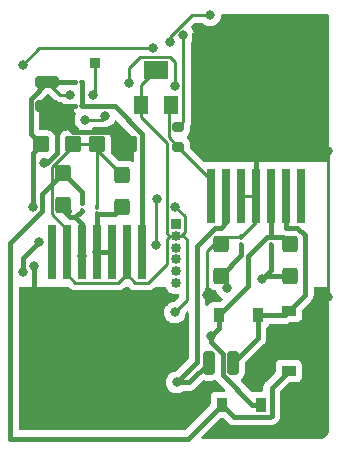
<source format=gbr>
%TF.GenerationSoftware,KiCad,Pcbnew,(6.0.5)*%
%TF.CreationDate,2022-07-12T16:10:34-04:00*%
%TF.ProjectId,torque_motor_design,746f7271-7565-45f6-9d6f-746f725f6465,rev?*%
%TF.SameCoordinates,Original*%
%TF.FileFunction,Copper,L1,Top*%
%TF.FilePolarity,Positive*%
%FSLAX46Y46*%
G04 Gerber Fmt 4.6, Leading zero omitted, Abs format (unit mm)*
G04 Created by KiCad (PCBNEW (6.0.5)) date 2022-07-12 16:10:34*
%MOMM*%
%LPD*%
G01*
G04 APERTURE LIST*
G04 Aperture macros list*
%AMRoundRect*
0 Rectangle with rounded corners*
0 $1 Rounding radius*
0 $2 $3 $4 $5 $6 $7 $8 $9 X,Y pos of 4 corners*
0 Add a 4 corners polygon primitive as box body*
4,1,4,$2,$3,$4,$5,$6,$7,$8,$9,$2,$3,0*
0 Add four circle primitives for the rounded corners*
1,1,$1+$1,$2,$3*
1,1,$1+$1,$4,$5*
1,1,$1+$1,$6,$7*
1,1,$1+$1,$8,$9*
0 Add four rect primitives between the rounded corners*
20,1,$1+$1,$2,$3,$4,$5,0*
20,1,$1+$1,$4,$5,$6,$7,0*
20,1,$1+$1,$6,$7,$8,$9,0*
20,1,$1+$1,$8,$9,$2,$3,0*%
G04 Aperture macros list end*
%TA.AperFunction,SMDPad,CuDef*%
%ADD10RoundRect,0.100000X0.100000X-0.130000X0.100000X0.130000X-0.100000X0.130000X-0.100000X-0.130000X0*%
%TD*%
%TA.AperFunction,SMDPad,CuDef*%
%ADD11RoundRect,0.250000X0.425000X-0.450000X0.425000X0.450000X-0.425000X0.450000X-0.425000X-0.450000X0*%
%TD*%
%TA.AperFunction,SMDPad,CuDef*%
%ADD12RoundRect,0.250000X0.450000X0.425000X-0.450000X0.425000X-0.450000X-0.425000X0.450000X-0.425000X0*%
%TD*%
%TA.AperFunction,SMDPad,CuDef*%
%ADD13R,1.300000X1.600000*%
%TD*%
%TA.AperFunction,SMDPad,CuDef*%
%ADD14R,2.000000X1.600000*%
%TD*%
%TA.AperFunction,SMDPad,CuDef*%
%ADD15RoundRect,0.100000X-0.100000X0.130000X-0.100000X-0.130000X0.100000X-0.130000X0.100000X0.130000X0*%
%TD*%
%TA.AperFunction,SMDPad,CuDef*%
%ADD16RoundRect,0.100000X0.130000X0.100000X-0.130000X0.100000X-0.130000X-0.100000X0.130000X-0.100000X0*%
%TD*%
%TA.AperFunction,SMDPad,CuDef*%
%ADD17R,0.800000X4.600000*%
%TD*%
%TA.AperFunction,SMDPad,CuDef*%
%ADD18R,10.800000X9.400000*%
%TD*%
%TA.AperFunction,SMDPad,CuDef*%
%ADD19RoundRect,0.250000X0.250000X0.750000X-0.250000X0.750000X-0.250000X-0.750000X0.250000X-0.750000X0*%
%TD*%
%TA.AperFunction,SMDPad,CuDef*%
%ADD20RoundRect,0.100000X-0.130000X-0.100000X0.130000X-0.100000X0.130000X0.100000X-0.130000X0.100000X0*%
%TD*%
%TA.AperFunction,SMDPad,CuDef*%
%ADD21R,1.200000X0.900000*%
%TD*%
%TA.AperFunction,SMDPad,CuDef*%
%ADD22RoundRect,0.250000X-0.450000X-0.425000X0.450000X-0.425000X0.450000X0.425000X-0.450000X0.425000X0*%
%TD*%
%TA.AperFunction,SMDPad,CuDef*%
%ADD23RoundRect,0.250000X-0.425000X0.450000X-0.425000X-0.450000X0.425000X-0.450000X0.425000X0.450000X0*%
%TD*%
%TA.AperFunction,SMDPad,CuDef*%
%ADD24R,0.900000X1.200000*%
%TD*%
%TA.AperFunction,SMDPad,CuDef*%
%ADD25RoundRect,0.250000X0.750000X-0.250000X0.750000X0.250000X-0.750000X0.250000X-0.750000X-0.250000X0*%
%TD*%
%TA.AperFunction,SMDPad,CuDef*%
%ADD26RoundRect,0.200000X-0.275000X0.200000X-0.275000X-0.200000X0.275000X-0.200000X0.275000X0.200000X0*%
%TD*%
%TA.AperFunction,ComponentPad*%
%ADD27R,0.850000X0.850000*%
%TD*%
%TA.AperFunction,ComponentPad*%
%ADD28O,0.850000X0.850000*%
%TD*%
%TA.AperFunction,ViaPad*%
%ADD29C,0.800000*%
%TD*%
%TA.AperFunction,Conductor*%
%ADD30C,0.400000*%
%TD*%
%TA.AperFunction,Conductor*%
%ADD31C,0.250000*%
%TD*%
G04 APERTURE END LIST*
D10*
%TO.P,C8,1*%
%TO.N,+V*%
X179250000Y-52743000D03*
%TO.P,C8,2*%
%TO.N,GND*%
X179250000Y-52103000D03*
%TD*%
D11*
%TO.P,C6,1*%
%TO.N,+V*%
X177673000Y-52277000D03*
%TO.P,C6,2*%
%TO.N,GND*%
X177673000Y-49577000D03*
%TD*%
D12*
%TO.P,C10,1*%
%TO.N,-V*%
X183214000Y-47117000D03*
%TO.P,C10,2*%
%TO.N,GND*%
X180514000Y-47117000D03*
%TD*%
D13*
%TO.P,RV1,1,1*%
%TO.N,GND*%
X184250000Y-43750000D03*
D14*
%TO.P,RV1,2,2*%
X185500000Y-40850000D03*
D13*
%TO.P,RV1,3,3*%
%TO.N,Net-(R1-Pad2)*%
X186750000Y-43750000D03*
%TD*%
D15*
%TO.P,C7,1*%
%TO.N,+V*%
X195250000Y-54980000D03*
%TO.P,C7,2*%
%TO.N,GND*%
X195250000Y-55620000D03*
%TD*%
D16*
%TO.P,R6,1*%
%TO.N,Net-(R5-Pad2)*%
X179270000Y-43900000D03*
%TO.P,R6,2*%
%TO.N,-V*%
X178630000Y-43900000D03*
%TD*%
D17*
%TO.P,U3,1,+*%
%TO.N,Net-(R1-Pad2)*%
X190190000Y-51475000D03*
%TO.P,U3,2,-*%
%TO.N,Net-(Motor-1-Pad1)*%
X191460000Y-51475000D03*
%TO.P,U3,3*%
%TO.N,-V*%
X192730000Y-51475000D03*
%TO.P,U3,4,V+*%
X194000000Y-51475000D03*
%TO.P,U3,5,V-*%
%TO.N,+V*%
X195270000Y-51475000D03*
%TO.P,U3,6*%
%TO.N,Net-(D1-Pad2)*%
X196540000Y-51475000D03*
%TO.P,U3,7*%
%TO.N,N/C*%
X197810000Y-51475000D03*
D18*
%TO.P,U3,8*%
%TO.N,-V*%
X194000000Y-42325000D03*
%TD*%
D19*
%TO.P,Motor+1,1,Pin_1*%
%TO.N,Net-(D1-Pad2)*%
X192050000Y-65600000D03*
%TD*%
D15*
%TO.P,C5,1*%
%TO.N,-V*%
X192750000Y-54980000D03*
%TO.P,C5,2*%
%TO.N,GND*%
X192750000Y-55620000D03*
%TD*%
D20*
%TO.P,R5,1*%
%TO.N,+V*%
X178630000Y-41850000D03*
%TO.P,R5,2*%
%TO.N,Net-(R5-Pad2)*%
X179270000Y-41850000D03*
%TD*%
D21*
%TO.P,D7,1,K*%
%TO.N,GND*%
X196750000Y-66300000D03*
%TO.P,D7,2,A*%
%TO.N,-V*%
X196750000Y-69600000D03*
%TD*%
D22*
%TO.P,C9,1*%
%TO.N,+V*%
X175815000Y-47117000D03*
%TO.P,C9,2*%
%TO.N,GND*%
X178515000Y-47117000D03*
%TD*%
D17*
%TO.P,U2,1,+*%
%TO.N,Net-(R5-Pad2)*%
X184310000Y-56225000D03*
%TO.P,U2,2,-*%
%TO.N,GND*%
X183040000Y-56225000D03*
%TO.P,U2,3*%
%TO.N,-V*%
X181770000Y-56225000D03*
%TO.P,U2,4,V+*%
X180500000Y-56225000D03*
%TO.P,U2,5,V-*%
%TO.N,+V*%
X179230000Y-56225000D03*
%TO.P,U2,6*%
%TO.N,GND*%
X177960000Y-56225000D03*
%TO.P,U2,7*%
%TO.N,N/C*%
X176690000Y-56225000D03*
D18*
%TO.P,U2,8*%
%TO.N,-V*%
X180500000Y-65375000D03*
%TD*%
D11*
%TO.P,C4,1*%
%TO.N,GND*%
X191008000Y-58246000D03*
%TO.P,C4,2*%
%TO.N,-V*%
X191008000Y-55546000D03*
%TD*%
D23*
%TO.P,C12,1*%
%TO.N,+V*%
X196850000Y-55546000D03*
%TO.P,C12,2*%
%TO.N,GND*%
X196850000Y-58246000D03*
%TD*%
D24*
%TO.P,D1,1,K*%
%TO.N,+V*%
X190850000Y-61600000D03*
%TO.P,D1,2,A*%
%TO.N,Net-(D1-Pad2)*%
X194150000Y-61600000D03*
%TD*%
D25*
%TO.P,External_(-6V)1,1,Pin_1*%
%TO.N,-V*%
X176306000Y-43894000D03*
%TD*%
%TO.P,External_(+6V)1,1,Pin_1*%
%TO.N,+V*%
X176306000Y-41850000D03*
%TD*%
D19*
%TO.P,Motor-1,1,Pin_1*%
%TO.N,Net-(Motor-1-Pad1)*%
X190000000Y-65600000D03*
%TD*%
D26*
%TO.P,R1,1*%
%TO.N,Torque_mode_jumper*%
X187400000Y-45675000D03*
%TO.P,R1,2*%
%TO.N,Net-(R1-Pad2)*%
X187400000Y-47325000D03*
%TD*%
D10*
%TO.P,C11,1*%
%TO.N,-V*%
X180500000Y-53020000D03*
%TO.P,C11,2*%
%TO.N,GND*%
X180500000Y-52380000D03*
%TD*%
D21*
%TO.P,D5,1,K*%
%TO.N,Net-(D1-Pad2)*%
X196800000Y-61200000D03*
%TO.P,D5,2,A*%
%TO.N,-V*%
X196800000Y-64500000D03*
%TD*%
D23*
%TO.P,C3,1*%
%TO.N,GND*%
X182626000Y-49704000D03*
%TO.P,C3,2*%
%TO.N,-V*%
X182626000Y-52404000D03*
%TD*%
D24*
%TO.P,D6,1,K*%
%TO.N,+V*%
X194400000Y-69150000D03*
%TO.P,D6,2,A*%
%TO.N,GND*%
X191100000Y-69150000D03*
%TD*%
D27*
%TO.P,Current_Sense,1*%
%TO.N,current_sense*%
X180340000Y-40259000D03*
%TD*%
%TO.P,ONEV_2,1*%
%TO.N,VCC_MCU_5V*%
X187200000Y-53850000D03*
D28*
%TO.P,ONEV_2,2*%
%TO.N,GND*%
X187200000Y-54850000D03*
%TO.P,ONEV_2,3*%
%TO.N,unconnected-(U1-Pad1)*%
X187200000Y-55850000D03*
%TO.P,ONEV_2,4*%
%TO.N,RX_Serial*%
X187200000Y-56850000D03*
%TO.P,ONEV_2,5*%
%TO.N,TX_Serial*%
X187200000Y-57850000D03*
%TO.P,ONEV_2,6*%
%TO.N,Torque_mode_jumper*%
X187200000Y-58850000D03*
%TD*%
D29*
%TO.N,+V*%
X175100000Y-52450000D03*
X179250000Y-56600000D03*
X174300000Y-57900000D03*
X175600000Y-55400000D03*
X178200000Y-42900000D03*
X190200000Y-63300000D03*
%TO.N,-V*%
X176025500Y-48681601D03*
X189850000Y-59850000D03*
X198450000Y-69550000D03*
X175200000Y-57400000D03*
X200100000Y-60000000D03*
X200100000Y-47700000D03*
X180500000Y-56225000D03*
%TO.N,VCC_MCU_5V*%
X187108500Y-42164000D03*
X186722818Y-38423686D03*
X183261000Y-41910000D03*
X190090000Y-36190000D03*
%TO.N,Torque_Mode*%
X185550000Y-55626000D03*
X185600000Y-51700000D03*
%TO.N,GND*%
X191516000Y-59309000D03*
X179533221Y-45016580D03*
X187150000Y-52400000D03*
X181229000Y-44704000D03*
X187120000Y-61350000D03*
X194500000Y-58500000D03*
%TO.N,Net-(Motor-1-Pad1)*%
X187260000Y-67270000D03*
%TO.N,Torque_mode_jumper*%
X187833000Y-37846000D03*
%TO.N,current_sense*%
X180213000Y-42899989D03*
%TO.N,unconnected-(U1-Pad2)*%
X174244000Y-40386000D03*
X185293000Y-38989000D03*
%TD*%
D30*
%TO.N,+V*%
X195250000Y-54980000D02*
X194953573Y-54980000D01*
X179250000Y-56245000D02*
X179230000Y-56225000D01*
X190850000Y-61600000D02*
X190850000Y-62650000D01*
X178270000Y-53300000D02*
X178693000Y-53300000D01*
X193350000Y-59100000D02*
X190850000Y-61600000D01*
X193681441Y-69150000D02*
X194400000Y-69150000D01*
X196284000Y-54980000D02*
X196850000Y-55546000D01*
X195270000Y-51475000D02*
X195270000Y-54960000D01*
X175100000Y-47832000D02*
X175815000Y-47117000D01*
X174906480Y-43249520D02*
X176306000Y-41850000D01*
X175100000Y-52450000D02*
X175100000Y-47832000D01*
X179250000Y-56600000D02*
X179250000Y-56245000D01*
X177673000Y-52703000D02*
X178270000Y-53300000D01*
X193350000Y-56583573D02*
X193350000Y-59100000D01*
X179230000Y-56225000D02*
X179230000Y-53837000D01*
D31*
X177356000Y-42900000D02*
X176306000Y-41850000D01*
D30*
X178693000Y-53300000D02*
X179250000Y-52743000D01*
X178630000Y-41850000D02*
X176306000Y-41850000D01*
X195250000Y-54980000D02*
X196284000Y-54980000D01*
X178139000Y-52743000D02*
X177673000Y-52277000D01*
D31*
X178200000Y-42900000D02*
X177356000Y-42900000D01*
D30*
X191150480Y-64831921D02*
X191150480Y-66619039D01*
X175815000Y-47117000D02*
X174906480Y-46208480D01*
X190850000Y-62650000D02*
X190200000Y-63300000D01*
X190200000Y-63881441D02*
X191150480Y-64831921D01*
X190200000Y-63300000D02*
X190200000Y-63881441D01*
X194953573Y-54980000D02*
X193350000Y-56583573D01*
X179230000Y-53837000D02*
X178693000Y-53300000D01*
X195270000Y-54960000D02*
X195250000Y-54980000D01*
X174906480Y-46208480D02*
X174906480Y-43249520D01*
X174300000Y-56700000D02*
X175600000Y-55400000D01*
X191150480Y-66619039D02*
X193681441Y-69150000D01*
X174300000Y-57900000D02*
X174300000Y-56700000D01*
X177673000Y-52277000D02*
X177673000Y-52703000D01*
%TO.N,-V*%
X183214000Y-47117000D02*
X182139480Y-46042480D01*
D31*
X189850000Y-56149000D02*
X189850000Y-59850000D01*
X198400000Y-69600000D02*
X198450000Y-69550000D01*
D30*
X182139480Y-46042480D02*
X178454480Y-46042480D01*
D31*
X191574000Y-54980000D02*
X191008000Y-55546000D01*
X200100000Y-47700000D02*
X200100000Y-60000000D01*
D30*
X180500000Y-65000000D02*
X180500000Y-65375000D01*
X177150000Y-44738000D02*
X176306000Y-43894000D01*
X182010000Y-53020000D02*
X182626000Y-52404000D01*
X177150000Y-47839931D02*
X177150000Y-44738000D01*
X178630000Y-43900000D02*
X176312000Y-43900000D01*
D31*
X192730000Y-51475000D02*
X194000000Y-51475000D01*
D30*
X194000000Y-42325000D02*
X194000000Y-51475000D01*
D31*
X191008000Y-55546000D02*
X190453000Y-55546000D01*
D30*
X176025500Y-48681601D02*
X176308330Y-48681601D01*
D31*
X192750000Y-54980000D02*
X191574000Y-54980000D01*
D30*
X180500000Y-53020000D02*
X180500000Y-56225000D01*
X181770000Y-56225000D02*
X180500000Y-56225000D01*
X175200000Y-59700000D02*
X180500000Y-65000000D01*
X180500000Y-53020000D02*
X182010000Y-53020000D01*
X175200000Y-57400000D02*
X175200000Y-59700000D01*
X178454480Y-46042480D02*
X176306000Y-43894000D01*
X195270000Y-43595000D02*
X194000000Y-42325000D01*
D31*
X190453000Y-55546000D02*
X189850000Y-56149000D01*
X194000000Y-53730000D02*
X192750000Y-54980000D01*
X196750000Y-69600000D02*
X198400000Y-69600000D01*
X194000000Y-51475000D02*
X194000000Y-53730000D01*
D30*
X176312000Y-43900000D02*
X176306000Y-43894000D01*
X176308330Y-48681601D02*
X177150000Y-47839931D01*
D31*
%TO.N,VCC_MCU_5V*%
X183261000Y-40639978D02*
X184175489Y-39725489D01*
X190090000Y-36190000D02*
X188535096Y-36190000D01*
X186664489Y-39725489D02*
X187108500Y-40169500D01*
X183261000Y-41910000D02*
X183261000Y-40639978D01*
X187108500Y-40169500D02*
X187108500Y-42164000D01*
X188535096Y-36190000D02*
X186722818Y-38002278D01*
X186722818Y-38002278D02*
X186722818Y-38423686D01*
X184175489Y-39725489D02*
X186664489Y-39725489D01*
%TO.N,Torque_Mode*%
X185550000Y-55626000D02*
X185550000Y-51750000D01*
X185550000Y-51750000D02*
X185600000Y-51700000D01*
%TO.N,Net-(R1-Pad2)*%
X190190000Y-51475000D02*
X190190000Y-50115000D01*
X187400000Y-47325000D02*
X186600480Y-46525480D01*
X186600480Y-46525480D02*
X186600480Y-43899520D01*
X190190000Y-50115000D02*
X187400000Y-47325000D01*
X186600480Y-43899520D02*
X186750000Y-43750000D01*
D30*
%TO.N,Net-(R5-Pad2)*%
X184350000Y-46225441D02*
X184350000Y-56185000D01*
X179270000Y-43900000D02*
X182024559Y-43900000D01*
X179270000Y-41850000D02*
X179270000Y-43900000D01*
X184350000Y-56185000D02*
X184310000Y-56225000D01*
X182024559Y-43900000D02*
X184350000Y-46225441D01*
D31*
%TO.N,GND*%
X187820000Y-54850000D02*
X187200000Y-54850000D01*
X177960000Y-56225000D02*
X177960000Y-54325000D01*
X180514000Y-47117000D02*
X180514000Y-47592000D01*
X187949511Y-54500489D02*
X187600000Y-54850000D01*
X194625000Y-58375000D02*
X194500000Y-58500000D01*
X177960000Y-58125000D02*
X177960000Y-56225000D01*
D30*
X179250000Y-51154000D02*
X179250000Y-52103000D01*
D31*
X184250000Y-43750000D02*
X184250000Y-44810717D01*
X183040000Y-58125000D02*
X182315000Y-58850000D01*
D30*
X173200000Y-55480680D02*
X175899511Y-52781169D01*
D31*
X187949511Y-53199511D02*
X187949511Y-54500489D01*
X180500000Y-52380000D02*
X180500000Y-47131000D01*
X184250000Y-44810717D02*
X186450489Y-47011206D01*
X180514000Y-47117000D02*
X178515000Y-47117000D01*
X176673480Y-53038480D02*
X176673480Y-49058235D01*
X176673480Y-49058235D02*
X178515000Y-47216715D01*
X184250000Y-42100000D02*
X185500000Y-40850000D01*
D30*
X195300000Y-67750000D02*
X195300000Y-70099022D01*
D31*
X180916420Y-45016580D02*
X181229000Y-44704000D01*
X186450489Y-55099022D02*
X186699511Y-54850000D01*
X186699511Y-54850000D02*
X187200000Y-54850000D01*
X186450489Y-54650489D02*
X186650000Y-54850000D01*
X186650000Y-54850000D02*
X187200000Y-54850000D01*
X186450489Y-57249511D02*
X186450489Y-55099022D01*
X182315000Y-58850000D02*
X178685000Y-58850000D01*
X179533221Y-45016580D02*
X180916420Y-45016580D01*
X188140000Y-60330000D02*
X188140000Y-55170000D01*
D30*
X195250000Y-57750000D02*
X194500000Y-58500000D01*
X188200000Y-72050000D02*
X191100000Y-69150000D01*
D31*
X184250000Y-43750000D02*
X184250000Y-42100000D01*
X180514000Y-47592000D02*
X182626000Y-49704000D01*
D30*
X196750000Y-66300000D02*
X195300000Y-67750000D01*
X196850000Y-58246000D02*
X194754000Y-58246000D01*
D31*
X187600000Y-54850000D02*
X187200000Y-54850000D01*
D30*
X173200000Y-72050000D02*
X188200000Y-72050000D01*
D31*
X178685000Y-58850000D02*
X177960000Y-58125000D01*
X183764511Y-58849511D02*
X184850489Y-58849511D01*
D30*
X195199022Y-70200000D02*
X192150000Y-70200000D01*
X192150000Y-70200000D02*
X191100000Y-69150000D01*
X194754000Y-58246000D02*
X194500000Y-58500000D01*
D31*
X186450489Y-47011206D02*
X186450489Y-54650489D01*
X178515000Y-47216715D02*
X178515000Y-47117000D01*
D30*
X195250000Y-55620000D02*
X195250000Y-57750000D01*
D31*
X187150000Y-52400000D02*
X187949511Y-53199511D01*
D30*
X175899511Y-52781169D02*
X175899511Y-51350489D01*
D31*
X183040000Y-56225000D02*
X183040000Y-58125000D01*
D30*
X173200000Y-55480680D02*
X173200000Y-72050000D01*
X177673000Y-49577000D02*
X179250000Y-51154000D01*
D31*
X191516000Y-59309000D02*
X191516000Y-58754000D01*
X188140000Y-55170000D02*
X187820000Y-54850000D01*
X187120000Y-61350000D02*
X188140000Y-60330000D01*
X177960000Y-54325000D02*
X176673480Y-53038480D01*
X184850489Y-58849511D02*
X186450489Y-57249511D01*
D30*
X175899511Y-51350489D02*
X177673000Y-49577000D01*
X192750000Y-56504000D02*
X191008000Y-58246000D01*
X195300000Y-70099022D02*
X195199022Y-70200000D01*
D31*
X183040000Y-58125000D02*
X183764511Y-58849511D01*
X191516000Y-58754000D02*
X191008000Y-58246000D01*
D30*
X192750000Y-55620000D02*
X192750000Y-56504000D01*
D31*
X180500000Y-47131000D02*
X180514000Y-47117000D01*
D30*
%TO.N,Net-(Motor-1-Pad1)*%
X191460000Y-51475000D02*
X191460000Y-53704022D01*
X189000000Y-65530000D02*
X187260000Y-67270000D01*
X190506930Y-54174511D02*
X189000000Y-55681441D01*
X187260000Y-67270000D02*
X188330000Y-67270000D01*
X190989511Y-54174511D02*
X190506930Y-54174511D01*
X189000000Y-55681441D02*
X189000000Y-65530000D01*
X188330000Y-67270000D02*
X190000000Y-65600000D01*
X191460000Y-53704022D02*
X190989511Y-54174511D01*
%TO.N,Net-(D1-Pad2)*%
X196540000Y-51475000D02*
X196540000Y-54175000D01*
X194150000Y-61600000D02*
X194150000Y-63500000D01*
X196400000Y-61600000D02*
X196800000Y-61200000D01*
X194150000Y-63500000D02*
X192050000Y-65600000D01*
X198150000Y-54831441D02*
X198150000Y-59850000D01*
X198150000Y-59850000D02*
X196800000Y-61200000D01*
X197493559Y-54175000D02*
X198150000Y-54831441D01*
X196540000Y-54175000D02*
X197493559Y-54175000D01*
X194150000Y-61600000D02*
X196400000Y-61600000D01*
D31*
%TO.N,Torque_mode_jumper*%
X187833000Y-45242000D02*
X187833000Y-37846000D01*
X187400000Y-45675000D02*
X187833000Y-45242000D01*
%TO.N,current_sense*%
X180340000Y-40259000D02*
X180340000Y-42772989D01*
X180340000Y-42772989D02*
X180213000Y-42899989D01*
%TO.N,unconnected-(U1-Pad2)*%
X175641000Y-38989000D02*
X174244000Y-40386000D01*
X185293000Y-38989000D02*
X175641000Y-38989000D01*
%TD*%
%TA.AperFunction,Conductor*%
%TO.N,-V*%
G36*
X200093621Y-59180002D02*
G01*
X200140114Y-59233658D01*
X200151500Y-59286000D01*
X200151500Y-71256625D01*
X200150000Y-71276009D01*
X200146309Y-71299716D01*
X200147474Y-71308621D01*
X200147751Y-71310744D01*
X200148207Y-71339427D01*
X200138085Y-71442204D01*
X200133267Y-71466429D01*
X200097139Y-71585534D01*
X200087686Y-71608355D01*
X200029019Y-71718115D01*
X200015298Y-71738652D01*
X199958118Y-71808327D01*
X199936338Y-71834866D01*
X199918873Y-71852331D01*
X199862912Y-71898257D01*
X199822662Y-71931289D01*
X199802126Y-71945010D01*
X199692356Y-72003685D01*
X199669542Y-72013136D01*
X199550435Y-72049266D01*
X199526212Y-72054084D01*
X199430243Y-72063536D01*
X199414132Y-72063084D01*
X199414123Y-72063787D01*
X199405147Y-72063677D01*
X199396276Y-72062296D01*
X199387374Y-72063460D01*
X199387372Y-72063460D01*
X199372323Y-72065428D01*
X199364714Y-72066423D01*
X199348379Y-72067487D01*
X189488673Y-72067487D01*
X189420552Y-72047485D01*
X189374059Y-71993829D01*
X189363955Y-71923555D01*
X189393449Y-71858975D01*
X189399578Y-71852392D01*
X190956566Y-70295405D01*
X191018878Y-70261379D01*
X191045661Y-70258500D01*
X191154339Y-70258500D01*
X191222460Y-70278502D01*
X191243434Y-70295405D01*
X191628557Y-70680528D01*
X191634411Y-70686793D01*
X191672439Y-70730385D01*
X191724729Y-70767136D01*
X191729971Y-70771028D01*
X191780282Y-70810476D01*
X191787201Y-70813600D01*
X191789493Y-70814988D01*
X191804165Y-70823357D01*
X191806525Y-70824622D01*
X191812739Y-70828990D01*
X191819818Y-70831750D01*
X191819820Y-70831751D01*
X191872275Y-70852202D01*
X191878344Y-70854753D01*
X191936573Y-70881045D01*
X191944046Y-70882430D01*
X191946612Y-70883234D01*
X191962835Y-70887855D01*
X191965427Y-70888520D01*
X191972509Y-70891282D01*
X191980044Y-70892274D01*
X192035861Y-70899622D01*
X192042377Y-70900654D01*
X192080770Y-70907770D01*
X192105186Y-70912295D01*
X192112766Y-70911858D01*
X192112767Y-70911858D01*
X192167380Y-70908709D01*
X192174633Y-70908500D01*
X195170110Y-70908500D01*
X195178680Y-70908792D01*
X195228798Y-70912209D01*
X195228802Y-70912209D01*
X195236374Y-70912725D01*
X195243851Y-70911420D01*
X195243852Y-70911420D01*
X195270330Y-70906799D01*
X195299325Y-70901738D01*
X195305843Y-70900777D01*
X195369264Y-70893102D01*
X195376365Y-70890419D01*
X195378974Y-70889778D01*
X195395284Y-70885315D01*
X195397820Y-70884550D01*
X195405306Y-70883243D01*
X195463822Y-70857556D01*
X195469926Y-70855065D01*
X195522570Y-70835173D01*
X195522571Y-70835172D01*
X195529678Y-70832487D01*
X195535941Y-70828183D01*
X195538307Y-70826946D01*
X195553119Y-70818701D01*
X195555373Y-70817368D01*
X195562327Y-70814315D01*
X195613024Y-70775413D01*
X195618354Y-70771541D01*
X195664742Y-70739661D01*
X195664747Y-70739656D01*
X195671003Y-70735357D01*
X195712456Y-70688831D01*
X195717437Y-70683555D01*
X195780542Y-70620451D01*
X195786807Y-70614599D01*
X195824658Y-70581579D01*
X195830385Y-70576583D01*
X195867136Y-70524293D01*
X195871028Y-70519051D01*
X195910476Y-70468740D01*
X195913600Y-70461821D01*
X195914988Y-70459529D01*
X195923357Y-70444857D01*
X195924622Y-70442497D01*
X195928990Y-70436283D01*
X195952203Y-70376745D01*
X195954759Y-70370664D01*
X195977918Y-70319374D01*
X195981045Y-70312449D01*
X195982430Y-70304976D01*
X195983234Y-70302410D01*
X195987855Y-70286187D01*
X195988520Y-70283595D01*
X195991282Y-70276513D01*
X195999622Y-70213161D01*
X196000654Y-70206645D01*
X196010911Y-70151303D01*
X196012295Y-70143836D01*
X196008709Y-70081642D01*
X196008500Y-70074389D01*
X196008500Y-68095660D01*
X196028502Y-68027539D01*
X196045405Y-68006565D01*
X196756565Y-67295405D01*
X196818877Y-67261379D01*
X196845660Y-67258500D01*
X197398134Y-67258500D01*
X197460316Y-67251745D01*
X197596705Y-67200615D01*
X197713261Y-67113261D01*
X197800615Y-66996705D01*
X197851745Y-66860316D01*
X197858500Y-66798134D01*
X197858500Y-65801866D01*
X197851745Y-65739684D01*
X197800615Y-65603295D01*
X197713261Y-65486739D01*
X197596705Y-65399385D01*
X197460316Y-65348255D01*
X197398134Y-65341500D01*
X196101866Y-65341500D01*
X196039684Y-65348255D01*
X195903295Y-65399385D01*
X195786739Y-65486739D01*
X195699385Y-65603295D01*
X195648255Y-65739684D01*
X195641500Y-65801866D01*
X195641500Y-66354338D01*
X195621498Y-66422459D01*
X195604596Y-66443433D01*
X194819465Y-67228565D01*
X194813198Y-67234419D01*
X194775340Y-67267444D01*
X194775337Y-67267447D01*
X194769615Y-67272439D01*
X194765248Y-67278653D01*
X194732872Y-67324719D01*
X194728939Y-67330014D01*
X194689524Y-67380282D01*
X194686401Y-67387198D01*
X194685017Y-67389484D01*
X194676643Y-67404165D01*
X194675378Y-67406525D01*
X194671010Y-67412739D01*
X194668250Y-67419818D01*
X194668249Y-67419820D01*
X194647798Y-67472275D01*
X194645247Y-67478344D01*
X194618955Y-67536573D01*
X194617571Y-67544040D01*
X194616770Y-67546595D01*
X194612141Y-67562848D01*
X194611478Y-67565428D01*
X194608718Y-67572509D01*
X194607727Y-67580040D01*
X194607726Y-67580042D01*
X194600379Y-67635852D01*
X194599348Y-67642359D01*
X194587704Y-67705186D01*
X194588141Y-67712766D01*
X194588141Y-67712767D01*
X194591291Y-67767392D01*
X194591500Y-67774646D01*
X194591500Y-67915500D01*
X194571498Y-67983621D01*
X194517842Y-68030114D01*
X194465500Y-68041500D01*
X193901866Y-68041500D01*
X193839684Y-68048255D01*
X193815725Y-68057237D01*
X193727980Y-68090131D01*
X193657172Y-68095314D01*
X193594655Y-68061244D01*
X192706197Y-67172786D01*
X192672171Y-67110474D01*
X192677236Y-67039659D01*
X192719783Y-66982823D01*
X192728989Y-66976547D01*
X192768120Y-66952332D01*
X192774348Y-66948478D01*
X192899305Y-66823303D01*
X192912726Y-66801531D01*
X192988275Y-66678968D01*
X192988276Y-66678966D01*
X192992115Y-66672738D01*
X193047797Y-66504861D01*
X193058500Y-66400400D01*
X193058500Y-65645660D01*
X193078502Y-65577539D01*
X193095405Y-65556565D01*
X194630528Y-64021443D01*
X194636793Y-64015589D01*
X194674664Y-63982552D01*
X194674665Y-63982551D01*
X194680385Y-63977561D01*
X194717136Y-63925271D01*
X194721028Y-63920029D01*
X194760476Y-63869718D01*
X194763600Y-63862799D01*
X194764988Y-63860507D01*
X194773357Y-63845835D01*
X194774622Y-63843475D01*
X194778990Y-63837261D01*
X194802203Y-63777723D01*
X194804759Y-63771642D01*
X194827918Y-63720352D01*
X194831045Y-63713427D01*
X194832430Y-63705954D01*
X194833234Y-63703388D01*
X194837855Y-63687165D01*
X194838520Y-63684573D01*
X194841282Y-63677491D01*
X194849622Y-63614139D01*
X194850654Y-63607623D01*
X194860911Y-63552281D01*
X194862295Y-63544814D01*
X194858709Y-63482620D01*
X194858500Y-63475367D01*
X194858500Y-62704802D01*
X194878502Y-62636681D01*
X194908935Y-62603976D01*
X194956081Y-62568642D01*
X194963261Y-62563261D01*
X195050615Y-62446705D01*
X195071772Y-62390270D01*
X195114414Y-62333505D01*
X195180976Y-62308806D01*
X195189754Y-62308500D01*
X196371088Y-62308500D01*
X196379658Y-62308792D01*
X196429776Y-62312209D01*
X196429780Y-62312209D01*
X196437352Y-62312725D01*
X196444829Y-62311420D01*
X196444830Y-62311420D01*
X196496168Y-62302460D01*
X196500303Y-62301738D01*
X196506821Y-62300777D01*
X196570242Y-62293102D01*
X196577343Y-62290419D01*
X196579952Y-62289778D01*
X196596262Y-62285315D01*
X196598798Y-62284550D01*
X196606284Y-62283243D01*
X196664800Y-62257556D01*
X196670904Y-62255065D01*
X196723548Y-62235173D01*
X196723549Y-62235172D01*
X196730656Y-62232487D01*
X196736919Y-62228183D01*
X196739285Y-62226946D01*
X196754097Y-62218701D01*
X196756352Y-62217367D01*
X196763305Y-62214315D01*
X196769324Y-62209696D01*
X196769333Y-62209691D01*
X196802110Y-62184539D01*
X196868330Y-62158937D01*
X196878815Y-62158500D01*
X197448134Y-62158500D01*
X197510316Y-62151745D01*
X197646705Y-62100615D01*
X197763261Y-62013261D01*
X197850615Y-61896705D01*
X197901745Y-61760316D01*
X197908500Y-61698134D01*
X197908500Y-61145661D01*
X197928502Y-61077540D01*
X197945405Y-61056565D01*
X198630536Y-60371435D01*
X198636801Y-60365582D01*
X198674664Y-60332552D01*
X198674665Y-60332551D01*
X198680385Y-60327561D01*
X198717136Y-60275271D01*
X198721028Y-60270029D01*
X198760476Y-60219718D01*
X198763600Y-60212799D01*
X198764988Y-60210507D01*
X198773357Y-60195835D01*
X198774622Y-60193475D01*
X198778990Y-60187261D01*
X198802203Y-60127723D01*
X198804759Y-60121642D01*
X198807994Y-60114479D01*
X198831045Y-60063427D01*
X198832430Y-60055954D01*
X198833234Y-60053388D01*
X198837855Y-60037165D01*
X198838520Y-60034573D01*
X198841282Y-60027491D01*
X198849622Y-59964139D01*
X198850654Y-59957623D01*
X198860911Y-59902281D01*
X198862295Y-59894814D01*
X198858709Y-59832620D01*
X198858500Y-59825367D01*
X198858500Y-59286000D01*
X198878502Y-59217879D01*
X198932158Y-59171386D01*
X198984500Y-59160000D01*
X200025500Y-59160000D01*
X200093621Y-59180002D01*
G37*
%TD.AperFunction*%
%TA.AperFunction,Conductor*%
G36*
X178115026Y-59180002D02*
G01*
X178136000Y-59196905D01*
X178181348Y-59242253D01*
X178188887Y-59250537D01*
X178193000Y-59257018D01*
X178198777Y-59262443D01*
X178242651Y-59303643D01*
X178245493Y-59306398D01*
X178265230Y-59326135D01*
X178268427Y-59328615D01*
X178277447Y-59336318D01*
X178309679Y-59366586D01*
X178316625Y-59370405D01*
X178316628Y-59370407D01*
X178327434Y-59376348D01*
X178343953Y-59387199D01*
X178359959Y-59399614D01*
X178367228Y-59402759D01*
X178367232Y-59402762D01*
X178400537Y-59417174D01*
X178411187Y-59422391D01*
X178449940Y-59443695D01*
X178457615Y-59445666D01*
X178457616Y-59445666D01*
X178469562Y-59448733D01*
X178488267Y-59455137D01*
X178506855Y-59463181D01*
X178514678Y-59464420D01*
X178514688Y-59464423D01*
X178550524Y-59470099D01*
X178562144Y-59472505D01*
X178597289Y-59481528D01*
X178604970Y-59483500D01*
X178625224Y-59483500D01*
X178644934Y-59485051D01*
X178664943Y-59488220D01*
X178672835Y-59487474D01*
X178691580Y-59485702D01*
X178708962Y-59484059D01*
X178720819Y-59483500D01*
X182236233Y-59483500D01*
X182247416Y-59484027D01*
X182254909Y-59485702D01*
X182262835Y-59485453D01*
X182262836Y-59485453D01*
X182322986Y-59483562D01*
X182326945Y-59483500D01*
X182354856Y-59483500D01*
X182358791Y-59483003D01*
X182358856Y-59482995D01*
X182370693Y-59482062D01*
X182403247Y-59481039D01*
X182406970Y-59480922D01*
X182414889Y-59480673D01*
X182434343Y-59475021D01*
X182453700Y-59471013D01*
X182465930Y-59469468D01*
X182465931Y-59469468D01*
X182473797Y-59468474D01*
X182481168Y-59465555D01*
X182481170Y-59465555D01*
X182514912Y-59452196D01*
X182526142Y-59448351D01*
X182560983Y-59438229D01*
X182560984Y-59438229D01*
X182568593Y-59436018D01*
X182575412Y-59431985D01*
X182575417Y-59431983D01*
X182586028Y-59425707D01*
X182603776Y-59417012D01*
X182622617Y-59409552D01*
X182643660Y-59394264D01*
X182658387Y-59383564D01*
X182668307Y-59377048D01*
X182699535Y-59358580D01*
X182699538Y-59358578D01*
X182706362Y-59354542D01*
X182720683Y-59340221D01*
X182735717Y-59327380D01*
X182745693Y-59320132D01*
X182752107Y-59315472D01*
X182780293Y-59281401D01*
X182788282Y-59272622D01*
X182863999Y-59196905D01*
X182926311Y-59162879D01*
X182953094Y-59160000D01*
X183126906Y-59160000D01*
X183195027Y-59180002D01*
X183216001Y-59196905D01*
X183260854Y-59241758D01*
X183268398Y-59250048D01*
X183272511Y-59256529D01*
X183278288Y-59261954D01*
X183322178Y-59303169D01*
X183325020Y-59305924D01*
X183344741Y-59325645D01*
X183347936Y-59328123D01*
X183356958Y-59335829D01*
X183389190Y-59366097D01*
X183396139Y-59369917D01*
X183406943Y-59375857D01*
X183423467Y-59386710D01*
X183439470Y-59399124D01*
X183480054Y-59416687D01*
X183490684Y-59421894D01*
X183529451Y-59443206D01*
X183537128Y-59445177D01*
X183537133Y-59445179D01*
X183549069Y-59448243D01*
X183567777Y-59454648D01*
X183586366Y-59462692D01*
X183594194Y-59463932D01*
X183594201Y-59463934D01*
X183630035Y-59469610D01*
X183641655Y-59472016D01*
X183676535Y-59480971D01*
X183684481Y-59483011D01*
X183704735Y-59483011D01*
X183724445Y-59484562D01*
X183744454Y-59487731D01*
X183752346Y-59486985D01*
X183765918Y-59485702D01*
X183788473Y-59483570D01*
X183800330Y-59483011D01*
X184771722Y-59483011D01*
X184782905Y-59483538D01*
X184790398Y-59485213D01*
X184798324Y-59484964D01*
X184798325Y-59484964D01*
X184858475Y-59483073D01*
X184862434Y-59483011D01*
X184890345Y-59483011D01*
X184894280Y-59482514D01*
X184894345Y-59482506D01*
X184906182Y-59481573D01*
X184938440Y-59480559D01*
X184942459Y-59480433D01*
X184950378Y-59480184D01*
X184969832Y-59474532D01*
X184989189Y-59470524D01*
X185001419Y-59468979D01*
X185001420Y-59468979D01*
X185009286Y-59467985D01*
X185016657Y-59465066D01*
X185016659Y-59465066D01*
X185050401Y-59451707D01*
X185061631Y-59447862D01*
X185096472Y-59437740D01*
X185096473Y-59437740D01*
X185104082Y-59435529D01*
X185110901Y-59431496D01*
X185110906Y-59431494D01*
X185121517Y-59425218D01*
X185139265Y-59416523D01*
X185158106Y-59409063D01*
X185177796Y-59394758D01*
X185193876Y-59383075D01*
X185203796Y-59376559D01*
X185235024Y-59358091D01*
X185235027Y-59358089D01*
X185241851Y-59354053D01*
X185256172Y-59339732D01*
X185271206Y-59326891D01*
X185276106Y-59323331D01*
X185287596Y-59314983D01*
X185315787Y-59280906D01*
X185323777Y-59272127D01*
X185398999Y-59196905D01*
X185461311Y-59162879D01*
X185488094Y-59160000D01*
X186229480Y-59160000D01*
X186297601Y-59180002D01*
X186342193Y-59231962D01*
X186342508Y-59231780D01*
X186345808Y-59237497D01*
X186345810Y-59237500D01*
X186374526Y-59287237D01*
X186440623Y-59401720D01*
X186445041Y-59406627D01*
X186445042Y-59406628D01*
X186518508Y-59488220D01*
X186571926Y-59547547D01*
X186577268Y-59551428D01*
X186577270Y-59551430D01*
X186725337Y-59659007D01*
X186730679Y-59662888D01*
X186736707Y-59665572D01*
X186736709Y-59665573D01*
X186903913Y-59740017D01*
X186909944Y-59742702D01*
X187005915Y-59763101D01*
X187095428Y-59782128D01*
X187095432Y-59782128D01*
X187101885Y-59783500D01*
X187298115Y-59783500D01*
X187304568Y-59782128D01*
X187304572Y-59782128D01*
X187354303Y-59771557D01*
X187425094Y-59776959D01*
X187481727Y-59819776D01*
X187506220Y-59886414D01*
X187506500Y-59894804D01*
X187506500Y-60015405D01*
X187486498Y-60083526D01*
X187469595Y-60104501D01*
X187169499Y-60404596D01*
X187107187Y-60438621D01*
X187080404Y-60441500D01*
X187024513Y-60441500D01*
X187018061Y-60442872D01*
X187018056Y-60442872D01*
X186931112Y-60461353D01*
X186837712Y-60481206D01*
X186831682Y-60483891D01*
X186831681Y-60483891D01*
X186669278Y-60556197D01*
X186669276Y-60556198D01*
X186663248Y-60558882D01*
X186508747Y-60671134D01*
X186504326Y-60676044D01*
X186504325Y-60676045D01*
X186423780Y-60765500D01*
X186380960Y-60813056D01*
X186285473Y-60978444D01*
X186226458Y-61160072D01*
X186206496Y-61350000D01*
X186226458Y-61539928D01*
X186285473Y-61721556D01*
X186380960Y-61886944D01*
X186508747Y-62028866D01*
X186663248Y-62141118D01*
X186669276Y-62143802D01*
X186669278Y-62143803D01*
X186817266Y-62209691D01*
X186837712Y-62218794D01*
X186914769Y-62235173D01*
X187018056Y-62257128D01*
X187018061Y-62257128D01*
X187024513Y-62258500D01*
X187215487Y-62258500D01*
X187221939Y-62257128D01*
X187221944Y-62257128D01*
X187325231Y-62235173D01*
X187402288Y-62218794D01*
X187422734Y-62209691D01*
X187570722Y-62143803D01*
X187570724Y-62143802D01*
X187576752Y-62141118D01*
X187731253Y-62028866D01*
X187859040Y-61886944D01*
X187954527Y-61721556D01*
X188013542Y-61539928D01*
X188030907Y-61374708D01*
X188057920Y-61309051D01*
X188067122Y-61298783D01*
X188076405Y-61289500D01*
X188138717Y-61255474D01*
X188209532Y-61260539D01*
X188266368Y-61303086D01*
X188291179Y-61369606D01*
X188291500Y-61378595D01*
X188291500Y-65184339D01*
X188271498Y-65252460D01*
X188254595Y-65273434D01*
X187193467Y-66334563D01*
X187130569Y-66368715D01*
X186977712Y-66401206D01*
X186971682Y-66403891D01*
X186971681Y-66403891D01*
X186809278Y-66476197D01*
X186809276Y-66476198D01*
X186803248Y-66478882D01*
X186648747Y-66591134D01*
X186644326Y-66596044D01*
X186644325Y-66596045D01*
X186575271Y-66672738D01*
X186520960Y-66733056D01*
X186425473Y-66898444D01*
X186366458Y-67080072D01*
X186365768Y-67086633D01*
X186365768Y-67086635D01*
X186353457Y-67203767D01*
X186346496Y-67270000D01*
X186347186Y-67276565D01*
X186362243Y-67419820D01*
X186366458Y-67459928D01*
X186425473Y-67641556D01*
X186520960Y-67806944D01*
X186525378Y-67811851D01*
X186525379Y-67811852D01*
X186628367Y-67926232D01*
X186648747Y-67948866D01*
X186693554Y-67981420D01*
X186785544Y-68048255D01*
X186803248Y-68061118D01*
X186809276Y-68063802D01*
X186809278Y-68063803D01*
X186957030Y-68129586D01*
X186977712Y-68138794D01*
X187071113Y-68158647D01*
X187158056Y-68177128D01*
X187158061Y-68177128D01*
X187164513Y-68178500D01*
X187355487Y-68178500D01*
X187361939Y-68177128D01*
X187361944Y-68177128D01*
X187448887Y-68158647D01*
X187542288Y-68138794D01*
X187562970Y-68129586D01*
X187710722Y-68063803D01*
X187710724Y-68063802D01*
X187716752Y-68061118D01*
X187734457Y-68048255D01*
X187797344Y-68002564D01*
X187864211Y-67978706D01*
X187871405Y-67978500D01*
X188301088Y-67978500D01*
X188309658Y-67978792D01*
X188359776Y-67982209D01*
X188359780Y-67982209D01*
X188367352Y-67982725D01*
X188374829Y-67981420D01*
X188374830Y-67981420D01*
X188401308Y-67976799D01*
X188430303Y-67971738D01*
X188436821Y-67970777D01*
X188500242Y-67963102D01*
X188507343Y-67960419D01*
X188509952Y-67959778D01*
X188526262Y-67955315D01*
X188528798Y-67954550D01*
X188536284Y-67953243D01*
X188594800Y-67927556D01*
X188600904Y-67925065D01*
X188653548Y-67905173D01*
X188653549Y-67905172D01*
X188660656Y-67902487D01*
X188666919Y-67898183D01*
X188669285Y-67896946D01*
X188684097Y-67888701D01*
X188686351Y-67887368D01*
X188693305Y-67884315D01*
X188744002Y-67845413D01*
X188749332Y-67841541D01*
X188795720Y-67809661D01*
X188795725Y-67809656D01*
X188801981Y-67805357D01*
X188843436Y-67758829D01*
X188848416Y-67753554D01*
X189472387Y-67129583D01*
X189534699Y-67095557D01*
X189587899Y-67095478D01*
X189588602Y-67095629D01*
X189595139Y-67097797D01*
X189601982Y-67098498D01*
X189601986Y-67098499D01*
X189656665Y-67104101D01*
X189699600Y-67108500D01*
X190300400Y-67108500D01*
X190303646Y-67108163D01*
X190303650Y-67108163D01*
X190399308Y-67098238D01*
X190399312Y-67098237D01*
X190406166Y-67097526D01*
X190412699Y-67095346D01*
X190412710Y-67095344D01*
X190494292Y-67068125D01*
X190565242Y-67065539D01*
X190617985Y-67093570D01*
X190661669Y-67132491D01*
X190666926Y-67137455D01*
X191355876Y-67826405D01*
X191389902Y-67888717D01*
X191384837Y-67959532D01*
X191342290Y-68016368D01*
X191275770Y-68041179D01*
X191266781Y-68041500D01*
X190601866Y-68041500D01*
X190539684Y-68048255D01*
X190403295Y-68099385D01*
X190286739Y-68186739D01*
X190199385Y-68303295D01*
X190148255Y-68439684D01*
X190141500Y-68501866D01*
X190141500Y-69054340D01*
X190121498Y-69122461D01*
X190104595Y-69143435D01*
X187943435Y-71304595D01*
X187881123Y-71338621D01*
X187854340Y-71341500D01*
X174034500Y-71341500D01*
X173966379Y-71321498D01*
X173919886Y-71267842D01*
X173908500Y-71215500D01*
X173908500Y-59286000D01*
X173928502Y-59217879D01*
X173982158Y-59171386D01*
X174034500Y-59160000D01*
X178046905Y-59160000D01*
X178115026Y-59180002D01*
G37*
%TD.AperFunction*%
%TA.AperFunction,Conductor*%
G36*
X189990150Y-59180002D02*
G01*
X190011047Y-59196827D01*
X190056552Y-59242253D01*
X190109697Y-59295305D01*
X190115927Y-59299145D01*
X190115928Y-59299146D01*
X190252086Y-59383075D01*
X190260262Y-59388115D01*
X190340005Y-59414564D01*
X190421611Y-59441632D01*
X190421613Y-59441632D01*
X190428139Y-59443797D01*
X190434975Y-59444497D01*
X190434978Y-59444498D01*
X190528988Y-59454130D01*
X190594715Y-59480971D01*
X190635978Y-59540538D01*
X190681473Y-59680556D01*
X190776960Y-59845944D01*
X190904747Y-59987866D01*
X191059248Y-60100118D01*
X191065276Y-60102802D01*
X191065278Y-60102803D01*
X191091503Y-60114479D01*
X191145599Y-60160460D01*
X191166248Y-60228387D01*
X191146895Y-60296695D01*
X191129349Y-60318681D01*
X190993435Y-60454595D01*
X190931123Y-60488621D01*
X190904340Y-60491500D01*
X190351866Y-60491500D01*
X190289684Y-60498255D01*
X190153295Y-60549385D01*
X190036739Y-60636739D01*
X189949385Y-60753295D01*
X189946236Y-60761696D01*
X189945019Y-60763918D01*
X189894760Y-60814064D01*
X189825369Y-60829077D01*
X189758877Y-60804191D01*
X189716395Y-60747307D01*
X189708500Y-60703408D01*
X189708500Y-59286000D01*
X189728502Y-59217879D01*
X189782158Y-59171386D01*
X189834500Y-59160000D01*
X189922029Y-59160000D01*
X189990150Y-59180002D01*
G37*
%TD.AperFunction*%
%TD*%
%TA.AperFunction,Conductor*%
%TO.N,-V*%
G36*
X176299241Y-48320502D02*
G01*
X176345734Y-48374158D01*
X176355838Y-48444432D01*
X176326344Y-48509012D01*
X176320215Y-48515595D01*
X176281227Y-48554583D01*
X176272941Y-48562123D01*
X176266462Y-48566235D01*
X176261037Y-48572012D01*
X176225128Y-48610252D01*
X176163915Y-48646218D01*
X176133277Y-48650000D01*
X175934500Y-48650000D01*
X175866379Y-48629998D01*
X175819886Y-48576342D01*
X175808500Y-48524000D01*
X175808500Y-48426500D01*
X175828502Y-48358379D01*
X175882158Y-48311886D01*
X175934500Y-48300500D01*
X176231120Y-48300500D01*
X176299241Y-48320502D01*
G37*
%TD.AperFunction*%
%TA.AperFunction,Conductor*%
G36*
X199995018Y-36070000D02*
G01*
X200009853Y-36072310D01*
X200009855Y-36072310D01*
X200018724Y-36073691D01*
X200024508Y-36072935D01*
X200090868Y-36093307D01*
X200136700Y-36147528D01*
X200145165Y-36188873D01*
X200146309Y-36188723D01*
X200146309Y-36188724D01*
X200146329Y-36188873D01*
X200150436Y-36220283D01*
X200151500Y-36236621D01*
X200151500Y-48524000D01*
X200131498Y-48592121D01*
X200077842Y-48638614D01*
X200025500Y-48650000D01*
X189673094Y-48650000D01*
X189604973Y-48629998D01*
X189583999Y-48613095D01*
X189538937Y-48568032D01*
X188420405Y-47449500D01*
X188386379Y-47387188D01*
X188383500Y-47360405D01*
X188383499Y-47071249D01*
X188383499Y-47068366D01*
X188376753Y-46994938D01*
X188325472Y-46831301D01*
X188236639Y-46684619D01*
X188141115Y-46589095D01*
X188107089Y-46526783D01*
X188112154Y-46455968D01*
X188141115Y-46410905D01*
X188236639Y-46315381D01*
X188325472Y-46168699D01*
X188376753Y-46005062D01*
X188383500Y-45931635D01*
X188383499Y-45591087D01*
X188393862Y-45541047D01*
X188400170Y-45526470D01*
X188405383Y-45515827D01*
X188426695Y-45477060D01*
X188428666Y-45469383D01*
X188428668Y-45469378D01*
X188431732Y-45457442D01*
X188438138Y-45438730D01*
X188443034Y-45427417D01*
X188446181Y-45420145D01*
X188450345Y-45393859D01*
X188453097Y-45376481D01*
X188455504Y-45364860D01*
X188464528Y-45329711D01*
X188464528Y-45329710D01*
X188466500Y-45322030D01*
X188466500Y-45301769D01*
X188468051Y-45282058D01*
X188469979Y-45269885D01*
X188471219Y-45262057D01*
X188467059Y-45218046D01*
X188466500Y-45206189D01*
X188466500Y-38548524D01*
X188486502Y-38480403D01*
X188498858Y-38464221D01*
X188572040Y-38382944D01*
X188667527Y-38217556D01*
X188726542Y-38035928D01*
X188746504Y-37846000D01*
X188726542Y-37656072D01*
X188667527Y-37474444D01*
X188572040Y-37309056D01*
X188528814Y-37261048D01*
X188498098Y-37197043D01*
X188506861Y-37126590D01*
X188533356Y-37087645D01*
X188760596Y-36860405D01*
X188822908Y-36826379D01*
X188849691Y-36823500D01*
X189381800Y-36823500D01*
X189449921Y-36843502D01*
X189469147Y-36859843D01*
X189469420Y-36859540D01*
X189474332Y-36863963D01*
X189478747Y-36868866D01*
X189633248Y-36981118D01*
X189639276Y-36983802D01*
X189639278Y-36983803D01*
X189801681Y-37056109D01*
X189807712Y-37058794D01*
X189901112Y-37078647D01*
X189988056Y-37097128D01*
X189988061Y-37097128D01*
X189994513Y-37098500D01*
X190185487Y-37098500D01*
X190191939Y-37097128D01*
X190191944Y-37097128D01*
X190278888Y-37078647D01*
X190372288Y-37058794D01*
X190378319Y-37056109D01*
X190540722Y-36983803D01*
X190540724Y-36983802D01*
X190546752Y-36981118D01*
X190701253Y-36868866D01*
X190724091Y-36843502D01*
X190824621Y-36731852D01*
X190824622Y-36731851D01*
X190829040Y-36726944D01*
X190924527Y-36561556D01*
X190983542Y-36379928D01*
X191003504Y-36190000D01*
X191004116Y-36190064D01*
X191022816Y-36126379D01*
X191076472Y-36079886D01*
X191128814Y-36068500D01*
X199975633Y-36068500D01*
X199995018Y-36070000D01*
G37*
%TD.AperFunction*%
%TA.AperFunction,Conductor*%
G36*
X182217704Y-45096375D02*
G01*
X182228911Y-45106323D01*
X183604595Y-46482007D01*
X183638621Y-46544319D01*
X183641500Y-46571102D01*
X183641500Y-48501254D01*
X183621498Y-48569375D01*
X183567842Y-48615868D01*
X183497568Y-48625972D01*
X183449384Y-48608514D01*
X183379968Y-48565725D01*
X183379966Y-48565724D01*
X183373738Y-48561885D01*
X183259518Y-48524000D01*
X183212389Y-48508368D01*
X183212387Y-48508368D01*
X183205861Y-48506203D01*
X183199025Y-48505503D01*
X183199022Y-48505502D01*
X183155969Y-48501091D01*
X183101400Y-48495500D01*
X182365594Y-48495500D01*
X182297473Y-48475498D01*
X182276499Y-48458595D01*
X181717695Y-47899791D01*
X181683669Y-47837479D01*
X181687197Y-47771029D01*
X181709632Y-47703389D01*
X181709632Y-47703387D01*
X181711797Y-47696861D01*
X181722500Y-47592400D01*
X181722500Y-46641600D01*
X181722163Y-46638350D01*
X181712238Y-46542692D01*
X181712237Y-46542688D01*
X181711526Y-46535834D01*
X181708507Y-46526783D01*
X181657868Y-46375002D01*
X181655550Y-46368054D01*
X181562478Y-46217652D01*
X181437303Y-46092695D01*
X181431072Y-46088854D01*
X181292968Y-46003725D01*
X181292966Y-46003724D01*
X181286738Y-45999885D01*
X181126254Y-45946655D01*
X181125389Y-45946368D01*
X181125387Y-45946368D01*
X181118861Y-45944203D01*
X181112025Y-45943503D01*
X181112022Y-45943502D01*
X181068969Y-45939091D01*
X181014400Y-45933500D01*
X180204609Y-45933500D01*
X180136488Y-45913498D01*
X180089995Y-45859842D01*
X180079891Y-45789568D01*
X180109385Y-45724988D01*
X180130544Y-45705567D01*
X180144474Y-45695446D01*
X180148888Y-45690544D01*
X180153801Y-45686120D01*
X180154926Y-45687369D01*
X180208235Y-45654529D01*
X180241421Y-45650080D01*
X180837653Y-45650080D01*
X180848836Y-45650607D01*
X180856329Y-45652282D01*
X180864255Y-45652033D01*
X180864256Y-45652033D01*
X180924406Y-45650142D01*
X180928365Y-45650080D01*
X180956276Y-45650080D01*
X180960211Y-45649583D01*
X180960276Y-45649575D01*
X180972113Y-45648642D01*
X181004371Y-45647628D01*
X181008390Y-45647502D01*
X181016309Y-45647253D01*
X181035763Y-45641601D01*
X181055120Y-45637593D01*
X181067350Y-45636048D01*
X181067351Y-45636048D01*
X181075217Y-45635054D01*
X181109834Y-45621348D01*
X181156218Y-45612500D01*
X181324487Y-45612500D01*
X181330939Y-45611128D01*
X181330944Y-45611128D01*
X181417887Y-45592647D01*
X181511288Y-45572794D01*
X181517319Y-45570109D01*
X181679722Y-45497803D01*
X181679724Y-45497802D01*
X181685752Y-45495118D01*
X181840253Y-45382866D01*
X181931021Y-45282058D01*
X181963621Y-45245852D01*
X181963622Y-45245851D01*
X181968040Y-45240944D01*
X182030698Y-45132417D01*
X182082079Y-45083425D01*
X182151793Y-45069988D01*
X182217704Y-45096375D01*
G37*
%TD.AperFunction*%
%TA.AperFunction,Conductor*%
G36*
X176434527Y-42878502D02*
G01*
X176455501Y-42895405D01*
X176852343Y-43292247D01*
X176859887Y-43300537D01*
X176864000Y-43307018D01*
X176869777Y-43312443D01*
X176913667Y-43353658D01*
X176916509Y-43356413D01*
X176936230Y-43376134D01*
X176939425Y-43378612D01*
X176948447Y-43386318D01*
X176980679Y-43416586D01*
X176987628Y-43420406D01*
X176998432Y-43426346D01*
X177014956Y-43437199D01*
X177030959Y-43449613D01*
X177071543Y-43467176D01*
X177082173Y-43472383D01*
X177120940Y-43493695D01*
X177128617Y-43495666D01*
X177128622Y-43495668D01*
X177140558Y-43498732D01*
X177159266Y-43505137D01*
X177177855Y-43513181D01*
X177185683Y-43514421D01*
X177185690Y-43514423D01*
X177221524Y-43520099D01*
X177233144Y-43522505D01*
X177268289Y-43531528D01*
X177275970Y-43533500D01*
X177296224Y-43533500D01*
X177315934Y-43535051D01*
X177335943Y-43538220D01*
X177343835Y-43537474D01*
X177379961Y-43534059D01*
X177391819Y-43533500D01*
X177491800Y-43533500D01*
X177559921Y-43553502D01*
X177579147Y-43569843D01*
X177579420Y-43569540D01*
X177584332Y-43573963D01*
X177588747Y-43578866D01*
X177743248Y-43691118D01*
X177749276Y-43693802D01*
X177749278Y-43693803D01*
X177911681Y-43766109D01*
X177917712Y-43768794D01*
X178011113Y-43788647D01*
X178098056Y-43807128D01*
X178098061Y-43807128D01*
X178104513Y-43808500D01*
X178295487Y-43808500D01*
X178301939Y-43807128D01*
X178301944Y-43807128D01*
X178379304Y-43790684D01*
X178450095Y-43796086D01*
X178506727Y-43838903D01*
X178531221Y-43905540D01*
X178531501Y-43913918D01*
X178531501Y-44039884D01*
X178547162Y-44158850D01*
X178608476Y-44306876D01*
X178706013Y-44433987D01*
X178711192Y-44437961D01*
X178744836Y-44499573D01*
X178739771Y-44570388D01*
X178730834Y-44589356D01*
X178698694Y-44645024D01*
X178639679Y-44826652D01*
X178638989Y-44833213D01*
X178638989Y-44833215D01*
X178629909Y-44919606D01*
X178619717Y-45016580D01*
X178620407Y-45023145D01*
X178625916Y-45075556D01*
X178639679Y-45206508D01*
X178698694Y-45388136D01*
X178701997Y-45393858D01*
X178701998Y-45393859D01*
X178729917Y-45442216D01*
X178794181Y-45553524D01*
X178798599Y-45558431D01*
X178798600Y-45558432D01*
X178880673Y-45649583D01*
X178921968Y-45695446D01*
X178935896Y-45705565D01*
X178979248Y-45761787D01*
X178985323Y-45832523D01*
X178952191Y-45895315D01*
X178890371Y-45930226D01*
X178861833Y-45933500D01*
X178014600Y-45933500D01*
X178011354Y-45933837D01*
X178011350Y-45933837D01*
X177915692Y-45943762D01*
X177915688Y-45943763D01*
X177908834Y-45944474D01*
X177902298Y-45946655D01*
X177902296Y-45946655D01*
X177770194Y-45990728D01*
X177741054Y-46000450D01*
X177590652Y-46093522D01*
X177465695Y-46218697D01*
X177461855Y-46224927D01*
X177461854Y-46224928D01*
X177453639Y-46238256D01*
X177372885Y-46369262D01*
X177370581Y-46376209D01*
X177323249Y-46518912D01*
X177317203Y-46537139D01*
X177316503Y-46543975D01*
X177316502Y-46543978D01*
X177314516Y-46563361D01*
X177306500Y-46641600D01*
X177306500Y-47477120D01*
X177286498Y-47545241D01*
X177269595Y-47566215D01*
X177238595Y-47597215D01*
X177176283Y-47631241D01*
X177105468Y-47626176D01*
X177048632Y-47583629D01*
X177023821Y-47517109D01*
X177023500Y-47508120D01*
X177023500Y-46641600D01*
X177023163Y-46638350D01*
X177013238Y-46542692D01*
X177013237Y-46542688D01*
X177012526Y-46535834D01*
X177009507Y-46526783D01*
X176958868Y-46375002D01*
X176956550Y-46368054D01*
X176863478Y-46217652D01*
X176738303Y-46092695D01*
X176732072Y-46088854D01*
X176593968Y-46003725D01*
X176593966Y-46003724D01*
X176587738Y-45999885D01*
X176427254Y-45946655D01*
X176426389Y-45946368D01*
X176426387Y-45946368D01*
X176419861Y-45944203D01*
X176413025Y-45943503D01*
X176413022Y-45943502D01*
X176369969Y-45939091D01*
X176315400Y-45933500D01*
X175740980Y-45933500D01*
X175672859Y-45913498D01*
X175626366Y-45859842D01*
X175614980Y-45807500D01*
X175614980Y-43595181D01*
X175634982Y-43527060D01*
X175651885Y-43506085D01*
X176262567Y-42895404D01*
X176324879Y-42861379D01*
X176351662Y-42858500D01*
X176366406Y-42858500D01*
X176434527Y-42878502D01*
G37*
%TD.AperFunction*%
%TD*%
M02*

</source>
